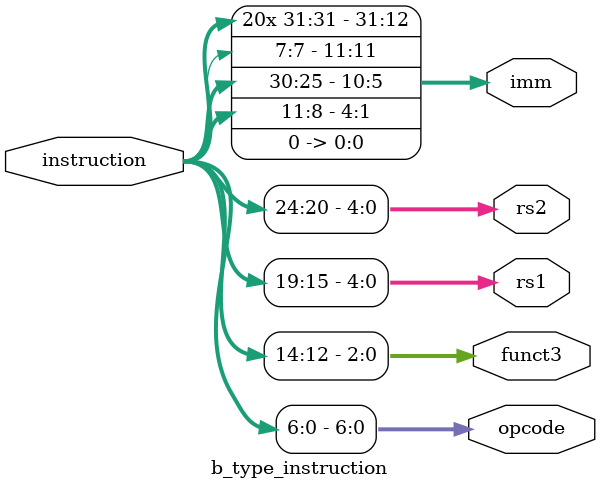
<source format=v>
module b_type_instruction(
    input  [31:0] instruction,
    output [6:0] opcode,
    output [2:0] funct3,
    output [4:0] rs1, rs2,
    output reg [31:0] imm  // Sign-extended immediate
);
    assign opcode = instruction[6:0];   
    assign funct3 = instruction[14:12]; 
    assign rs1    = instruction[19:15]; 
    assign rs2    = instruction[24:20]; 

    always @(*) begin
        imm = {{19{instruction[31]}}, instruction[31], instruction[7], instruction[30:25], instruction[11:8], 1'b0};
    end
endmodule


</source>
